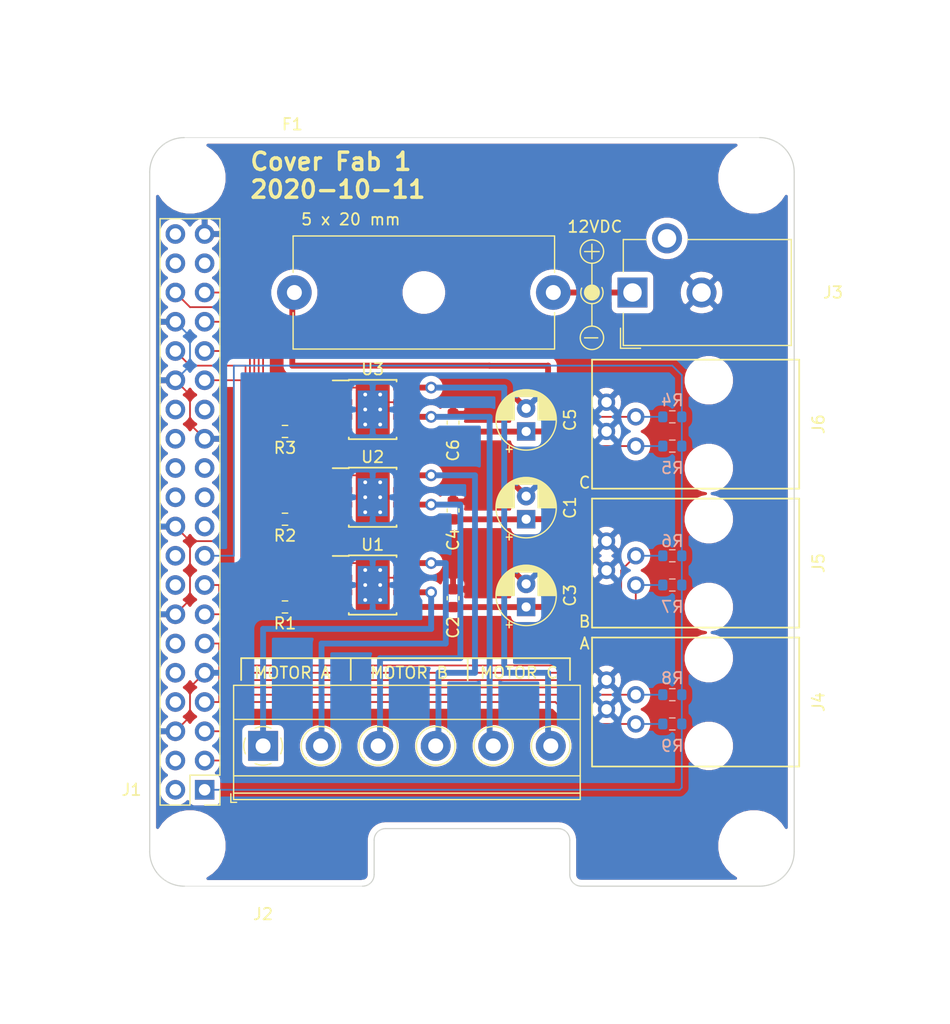
<source format=kicad_pcb>
(kicad_pcb (version 20171130) (host pcbnew 5.1.7-a382d34a8~87~ubuntu20.04.1)
  (layers (0 F.Cu signal) (31 B.Cu signal) (34 B.Paste user) (35 F.Paste user) (36 B.SilkS user) (37 F.SilkS user) (38 B.Mask user) (39 F.Mask user) (44 Edge.Cuts user))
  (net 0 "")
  (net 1 GND)
  (net 2 +12V)
  (net 3 "Net-(F1-Pad2)")
  (net 4 "Net-(J1-Pad40)")
  (net 5 "Net-(J1-Pad38)")
  (net 6 "Net-(J1-Pad37)")
  (net 7 IN_C_1)
  (net 8 IN_C_2)
  (net 9 IN_B_2)
  (net 10 IN_A_2)
  (net 11 IN_B_1)
  (net 12 IN_A_1)
  (net 13 "Net-(J1-Pad28)")
  (net 14 "Net-(J1-Pad27)")
  (net 15 "Net-(J1-Pad26)")
  (net 16 "Net-(J1-Pad24)")
  (net 17 "Net-(J1-Pad23)")
  (net 18 "Net-(J1-Pad22)")
  (net 19 "Net-(J1-Pad21)")
  (net 20 "Net-(J1-Pad19)")
  (net 21 "Net-(J1-Pad18)")
  (net 22 +3V3)
  (net 23 "Net-(J1-Pad16)")
  (net 24 TOP_C)
  (net 25 BOTTOM_C)
  (net 26 "Net-(J1-Pad12)")
  (net 27 BOTTOM_B)
  (net 28 "Net-(J1-Pad10)")
  (net 29 "Net-(J1-Pad8)")
  (net 30 TOP_B)
  (net 31 BOTTOM_A)
  (net 32 "Net-(J1-Pad4)")
  (net 33 TOP_A)
  (net 34 "Net-(J1-Pad2)")
  (net 35 OUT_C_2)
  (net 36 OUT_C_1)
  (net 37 OUT_B_2)
  (net 38 OUT_B_1)
  (net 39 OUT_A_2)
  (net 40 OUT_A_1)
  (net 41 "Net-(R1-Pad1)")
  (net 42 "Net-(R2-Pad1)")
  (net 43 "Net-(R3-Pad1)")
  (module RPi_Hat:RPi_Hat_Mounting_Hole (layer F.Cu) (at 80.01 98 90)
    (fp_text reference "" hide)
    (fp_text value "" hide)
    (pad "" np_thru_hole circle (at 0 0 90) (size 2.75 2.75) (drill 2.75) (layers *.Cu *.Mask) (clearance 1.725))
  )
  (module RPi_Hat:RPi_Hat_Mounting_Hole (layer F.Cu) (at 80.01 156 90)
    (fp_text reference "" hide)
    (fp_text value "" hide)
    (pad "" np_thru_hole circle (at 0 0 90) (size 2.75 2.75) (drill 2.75) (layers *.Cu *.Mask) (clearance 1.725))
  )
  (module RPi_Hat:RPi_Hat_Mounting_Hole (layer F.Cu) (at 129.01 156 90)
    (fp_text reference "" hide)
    (fp_text value "" hide)
    (pad "" np_thru_hole circle (at 0 0 90) (size 2.75 2.75) (drill 2.75) (layers *.Cu *.Mask) (clearance 1.725))
  )
  (module RPi_Hat:RPi_Hat_Mounting_Hole (layer F.Cu) (at 129.01 98 90)
    (fp_text reference "" hide)
    (fp_text value "" hide)
    (pad "" np_thru_hole circle (at 0 0 90) (size 2.75 2.75) (drill 2.75) (layers *.Cu *.Mask) (clearance 1.725))
  )
  (module Connector_PinHeader_2.54mm:PinHeader_2x20_P2.54mm_Vertical (layer F.Cu) (at 81.28 151.13 180)
    (fp_text reference J1 (at 6.35 0) (layer F.SilkS))
    (fp_text value Raspberry_Pi_2_3)
    (pad 40 thru_hole oval (at 2.54 48.26 180) (size 1.7 1.7) (drill 1) (layers *.Cu *.Mask) (net 4 "Net-(J1-Pad40)"))
    (pad 39 thru_hole oval (at 0 48.26 180) (size 1.7 1.7) (drill 1) (layers *.Cu *.Mask) (net 1 GND))
    (pad 38 thru_hole oval (at 2.54 45.72 180) (size 1.7 1.7) (drill 1) (layers *.Cu *.Mask) (net 5 "Net-(J1-Pad38)"))
    (pad 37 thru_hole oval (at 0 45.72 180) (size 1.7 1.7) (drill 1) (layers *.Cu *.Mask) (net 6 "Net-(J1-Pad37)"))
    (pad 36 thru_hole oval (at 2.54 43.18 180) (size 1.7 1.7) (drill 1) (layers *.Cu *.Mask) (net 7 IN_C_1))
    (pad 35 thru_hole oval (at 0 43.18 180) (size 1.7 1.7) (drill 1) (layers *.Cu *.Mask) (net 8 IN_C_2))
    (pad 34 thru_hole oval (at 2.54 40.64 180) (size 1.7 1.7) (drill 1) (layers *.Cu *.Mask) (net 1 GND))
    (pad 33 thru_hole oval (at 0 40.64 180) (size 1.7 1.7) (drill 1) (layers *.Cu *.Mask) (net 9 IN_B_2))
    (pad 32 thru_hole oval (at 2.54 38.1 180) (size 1.7 1.7) (drill 1) (layers *.Cu *.Mask) (net 10 IN_A_2))
    (pad 31 thru_hole oval (at 0 38.1 180) (size 1.7 1.7) (drill 1) (layers *.Cu *.Mask) (net 11 IN_B_1))
    (pad 30 thru_hole oval (at 2.54 35.56 180) (size 1.7 1.7) (drill 1) (layers *.Cu *.Mask) (net 1 GND))
    (pad 29 thru_hole oval (at 0 35.56 180) (size 1.7 1.7) (drill 1) (layers *.Cu *.Mask) (net 12 IN_A_1))
    (pad 28 thru_hole oval (at 2.54 33.02 180) (size 1.7 1.7) (drill 1) (layers *.Cu *.Mask) (net 13 "Net-(J1-Pad28)"))
    (pad 27 thru_hole oval (at 0 33.02 180) (size 1.7 1.7) (drill 1) (layers *.Cu *.Mask) (net 14 "Net-(J1-Pad27)"))
    (pad 26 thru_hole oval (at 2.54 30.48 180) (size 1.7 1.7) (drill 1) (layers *.Cu *.Mask) (net 15 "Net-(J1-Pad26)"))
    (pad 25 thru_hole oval (at 0 30.48 180) (size 1.7 1.7) (drill 1) (layers *.Cu *.Mask) (net 1 GND))
    (pad 24 thru_hole oval (at 2.54 27.94 180) (size 1.7 1.7) (drill 1) (layers *.Cu *.Mask) (net 16 "Net-(J1-Pad24)"))
    (pad 23 thru_hole oval (at 0 27.94 180) (size 1.7 1.7) (drill 1) (layers *.Cu *.Mask) (net 17 "Net-(J1-Pad23)"))
    (pad 22 thru_hole oval (at 2.54 25.4 180) (size 1.7 1.7) (drill 1) (layers *.Cu *.Mask) (net 18 "Net-(J1-Pad22)"))
    (pad 21 thru_hole oval (at 0 25.4 180) (size 1.7 1.7) (drill 1) (layers *.Cu *.Mask) (net 19 "Net-(J1-Pad21)"))
    (pad 20 thru_hole oval (at 2.54 22.86 180) (size 1.7 1.7) (drill 1) (layers *.Cu *.Mask) (net 1 GND))
    (pad 19 thru_hole oval (at 0 22.86 180) (size 1.7 1.7) (drill 1) (layers *.Cu *.Mask) (net 20 "Net-(J1-Pad19)"))
    (pad 18 thru_hole oval (at 2.54 20.32 180) (size 1.7 1.7) (drill 1) (layers *.Cu *.Mask) (net 21 "Net-(J1-Pad18)"))
    (pad 17 thru_hole oval (at 0 20.32 180) (size 1.7 1.7) (drill 1) (layers *.Cu *.Mask) (net 22 +3V3))
    (pad 16 thru_hole oval (at 2.54 17.78 180) (size 1.7 1.7) (drill 1) (layers *.Cu *.Mask) (net 23 "Net-(J1-Pad16)"))
    (pad 15 thru_hole oval (at 0 17.78 180) (size 1.7 1.7) (drill 1) (layers *.Cu *.Mask) (net 25 BOTTOM_C))
    (pad 14 thru_hole oval (at 2.54 15.24 180) (size 1.7 1.7) (drill 1) (layers *.Cu *.Mask) (net 1 GND))
    (pad 13 thru_hole oval (at 0 15.24 180) (size 1.7 1.7) (drill 1) (layers *.Cu *.Mask) (net 24 TOP_C))
    (pad 12 thru_hole oval (at 2.54 12.7 180) (size 1.7 1.7) (drill 1) (layers *.Cu *.Mask) (net 26 "Net-(J1-Pad12)"))
    (pad 11 thru_hole oval (at 0 12.7 180) (size 1.7 1.7) (drill 1) (layers *.Cu *.Mask) (net 27 BOTTOM_B))
    (pad 10 thru_hole oval (at 2.54 10.16 180) (size 1.7 1.7) (drill 1) (layers *.Cu *.Mask) (net 28 "Net-(J1-Pad10)"))
    (pad 9 thru_hole oval (at 0 10.16 180) (size 1.7 1.7) (drill 1) (layers *.Cu *.Mask) (net 1 GND))
    (pad 8 thru_hole oval (at 2.54 7.62 180) (size 1.7 1.7) (drill 1) (layers *.Cu *.Mask) (net 29 "Net-(J1-Pad8)"))
    (pad 7 thru_hole oval (at 0 7.62 180) (size 1.7 1.7) (drill 1) (layers *.Cu *.Mask) (net 30 TOP_B))
    (pad 6 thru_hole oval (at 2.54 5.08 180) (size 1.7 1.7) (drill 1) (layers *.Cu *.Mask) (net 1 GND))
    (pad 5 thru_hole oval (at 0 5.08 180) (size 1.7 1.7) (drill 1) (layers *.Cu *.Mask) (net 31 BOTTOM_A))
    (pad 4 thru_hole oval (at 2.54 2.54 180) (size 1.7 1.7) (drill 1) (layers *.Cu *.Mask) (net 32 "Net-(J1-Pad4)"))
    (pad 3 thru_hole oval (at 0 2.54 180) (size 1.7 1.7) (drill 1) (layers *.Cu *.Mask) (net 33 TOP_A))
    (pad 2 thru_hole oval (at 2.54 0 180) (size 1.7 1.7) (drill 1) (layers *.Cu *.Mask) (net 34 "Net-(J1-Pad2)"))
    (pad 1 thru_hole rect (at 0 0 180) (size 1.7 1.7) (drill 1) (layers *.Cu *.Mask) (net 22 +3V3))
  )
  (module Package_SO:Texas_HTSOP-8-1EP_3.9x4.9mm_P1.27mm_EP2.95x4.9mm_Mask2.4x3.1mm_ThermalVias (layer F.Cu) (at 95.885 118.11)
    (fp_text reference U3 (at 0 -3.5) (layer F.SilkS))
    (fp_text value DRV8871DDA)
    (pad 9 thru_hole circle (at 0.65 1.3) (size 0.63 0.63) (drill 0.33) (layers *.Cu *.Mask) (net 1 GND))
    (pad 9 thru_hole circle (at -0.65 1.3) (size 0.63 0.63) (drill 0.33) (layers *.Cu *.Mask) (net 1 GND))
    (pad 9 thru_hole circle (at 0.65 -1.3) (size 0.63 0.63) (drill 0.33) (layers *.Cu *.Mask) (net 1 GND))
    (pad 9 thru_hole circle (at 0.65 0) (size 0.63 0.63) (drill 0.33) (layers *.Cu *.Mask) (net 1 GND))
    (pad 9 thru_hole circle (at -0.65 0) (size 0.63 0.63) (drill 0.33) (layers *.Cu *.Mask) (net 1 GND))
    (pad 9 thru_hole circle (at -0.65 -1.3) (size 0.63 0.63) (drill 0.33) (layers *.Cu *.Mask) (net 1 GND))
    (pad 9 smd rect (at 0 0) (size 2.95 4.9) (layers F.Cu) (net 1 GND))
    (pad 8 smd rect (at 2.875 -1.905) (size 2.2 0.5) (layers F.Cu F.Paste F.Mask) (net 35 OUT_C_2))
    (pad 7 smd rect (at 2.875 -0.635) (size 2.2 0.5) (layers F.Cu F.Paste F.Mask) (net 1 GND))
    (pad 6 smd rect (at 2.875 0.635) (size 2.2 0.5) (layers F.Cu F.Paste F.Mask) (net 36 OUT_C_1))
    (pad 5 smd rect (at 2.875 1.905) (size 2.2 0.5) (layers F.Cu F.Paste F.Mask) (net 2 +12V))
    (pad 4 smd rect (at -2.875 1.905) (size 2.2 0.5) (layers F.Cu F.Paste F.Mask) (net 43 "Net-(R3-Pad1)"))
    (pad 3 smd rect (at -2.875 0.635) (size 2.2 0.5) (layers F.Cu F.Paste F.Mask) (net 7 IN_C_1))
    (pad 2 smd rect (at -2.875 -0.635) (size 2.2 0.5) (layers F.Cu F.Paste F.Mask) (net 8 IN_C_2))
    (pad 1 smd rect (at -2.875 -1.905) (size 2.2 0.5) (layers F.Cu F.Paste F.Mask) (net 1 GND))
    (pad 9 smd rect (at 0 0) (size 2.6 3.3) (layers B.Cu) (net 1 GND))
  )
  (module Package_SO:Texas_HTSOP-8-1EP_3.9x4.9mm_P1.27mm_EP2.95x4.9mm_Mask2.4x3.1mm_ThermalVias (layer F.Cu) (at 95.885 125.73)
    (fp_text reference U2 (at 0 -3.5) (layer F.SilkS))
    (fp_text value DRV8871DDA)
    (pad 9 thru_hole circle (at 0.65 1.3) (size 0.63 0.63) (drill 0.33) (layers *.Cu *.Mask) (net 1 GND))
    (pad 9 thru_hole circle (at -0.65 1.3) (size 0.63 0.63) (drill 0.33) (layers *.Cu *.Mask) (net 1 GND))
    (pad 9 thru_hole circle (at 0.65 -1.3) (size 0.63 0.63) (drill 0.33) (layers *.Cu *.Mask) (net 1 GND))
    (pad 9 thru_hole circle (at 0.65 0) (size 0.63 0.63) (drill 0.33) (layers *.Cu *.Mask) (net 1 GND))
    (pad 9 thru_hole circle (at -0.65 0) (size 0.63 0.63) (drill 0.33) (layers *.Cu *.Mask) (net 1 GND))
    (pad 9 thru_hole circle (at -0.65 -1.3) (size 0.63 0.63) (drill 0.33) (layers *.Cu *.Mask) (net 1 GND))
    (pad 9 smd rect (at 0 0) (size 2.95 4.9) (layers F.Cu) (net 1 GND))
    (pad 8 smd rect (at 2.875 -1.905) (size 2.2 0.5) (layers F.Cu F.Paste F.Mask) (net 37 OUT_B_2))
    (pad 7 smd rect (at 2.875 -0.635) (size 2.2 0.5) (layers F.Cu F.Paste F.Mask) (net 1 GND))
    (pad 6 smd rect (at 2.875 0.635) (size 2.2 0.5) (layers F.Cu F.Paste F.Mask) (net 38 OUT_B_1))
    (pad 5 smd rect (at 2.875 1.905) (size 2.2 0.5) (layers F.Cu F.Paste F.Mask) (net 2 +12V))
    (pad 4 smd rect (at -2.875 1.905) (size 2.2 0.5) (layers F.Cu F.Paste F.Mask) (net 42 "Net-(R2-Pad1)"))
    (pad 3 smd rect (at -2.875 0.635) (size 2.2 0.5) (layers F.Cu F.Paste F.Mask) (net 11 IN_B_1))
    (pad 2 smd rect (at -2.875 -0.635) (size 2.2 0.5) (layers F.Cu F.Paste F.Mask) (net 9 IN_B_2))
    (pad 1 smd rect (at -2.875 -1.905) (size 2.2 0.5) (layers F.Cu F.Paste F.Mask) (net 1 GND))
    (pad 9 smd rect (at 0 0) (size 2.6 3.3) (layers B.Cu) (net 1 GND))
  )
  (module Package_SO:Texas_HTSOP-8-1EP_3.9x4.9mm_P1.27mm_EP2.95x4.9mm_Mask2.4x3.1mm_ThermalVias (layer F.Cu) (at 95.885 133.35)
    (fp_text reference U1 (at 0 -3.5) (layer F.SilkS))
    (fp_text value DRV8871DDA)
    (pad 9 thru_hole circle (at 0.65 1.3) (size 0.63 0.63) (drill 0.33) (layers *.Cu *.Mask) (net 1 GND))
    (pad 9 thru_hole circle (at -0.65 1.3) (size 0.63 0.63) (drill 0.33) (layers *.Cu *.Mask) (net 1 GND))
    (pad 9 thru_hole circle (at 0.65 -1.3) (size 0.63 0.63) (drill 0.33) (layers *.Cu *.Mask) (net 1 GND))
    (pad 9 thru_hole circle (at 0.65 0) (size 0.63 0.63) (drill 0.33) (layers *.Cu *.Mask) (net 1 GND))
    (pad 9 thru_hole circle (at -0.65 0) (size 0.63 0.63) (drill 0.33) (layers *.Cu *.Mask) (net 1 GND))
    (pad 9 thru_hole circle (at -0.65 -1.3) (size 0.63 0.63) (drill 0.33) (layers *.Cu *.Mask) (net 1 GND))
    (pad 9 smd rect (at 0 0) (size 2.95 4.9) (layers F.Cu) (net 1 GND))
    (pad 8 smd rect (at 2.875 -1.905) (size 2.2 0.5) (layers F.Cu F.Paste F.Mask) (net 39 OUT_A_2))
    (pad 7 smd rect (at 2.875 -0.635) (size 2.2 0.5) (layers F.Cu F.Paste F.Mask) (net 1 GND))
    (pad 6 smd rect (at 2.875 0.635) (size 2.2 0.5) (layers F.Cu F.Paste F.Mask) (net 40 OUT_A_1))
    (pad 5 smd rect (at 2.875 1.905) (size 2.2 0.5) (layers F.Cu F.Paste F.Mask) (net 2 +12V))
    (pad 4 smd rect (at -2.875 1.905) (size 2.2 0.5) (layers F.Cu F.Paste F.Mask) (net 41 "Net-(R1-Pad1)"))
    (pad 3 smd rect (at -2.875 0.635) (size 2.2 0.5) (layers F.Cu F.Paste F.Mask) (net 12 IN_A_1))
    (pad 2 smd rect (at -2.875 -0.635) (size 2.2 0.5) (layers F.Cu F.Paste F.Mask) (net 10 IN_A_2))
    (pad 1 smd rect (at -2.875 -1.905) (size 2.2 0.5) (layers F.Cu F.Paste F.Mask) (net 1 GND))
    (pad 9 smd rect (at 0 0) (size 2.6 3.3) (layers B.Cu) (net 1 GND))
  )
  (module Resistor_SMD:R_0603_1608Metric (layer B.Cu) (at 121.92 145.415 180)
    (fp_text reference R9 (at 0 -1.905) (layer B.SilkS) (effects (justify mirror)))
    (fp_text value 4.7k)
    (pad 2 smd roundrect (at 0.825 0 180) (size 0.8 0.95) (layers B.Cu B.Paste B.Mask) (net 33 TOP_A))
    (pad 1 smd roundrect (at -0.825 0 180) (size 0.8 0.95) (layers B.Cu B.Paste B.Mask) (net 22 +3V3))
  )
  (module Resistor_SMD:R_0603_1608Metric (layer B.Cu) (at 121.92 142.875 180)
    (fp_text reference R8 (at 0 1.43) (layer B.SilkS) (effects (justify mirror)))
    (fp_text value 4.7k)
    (pad 2 smd roundrect (at 0.825 0 180) (size 0.8 0.95) (layers B.Cu B.Paste B.Mask) (net 31 BOTTOM_A))
    (pad 1 smd roundrect (at -0.825 0 180) (size 0.8 0.95) (layers B.Cu B.Paste B.Mask) (net 22 +3V3))
  )
  (module Resistor_SMD:R_0603_1608Metric (layer B.Cu) (at 121.92 133.35 180)
    (fp_text reference R7 (at 0 -1.905) (layer B.SilkS) (effects (justify mirror)))
    (fp_text value 4.7k)
    (pad 2 smd roundrect (at 0.825 0 180) (size 0.8 0.95) (layers B.Cu B.Paste B.Mask) (net 30 TOP_B))
    (pad 1 smd roundrect (at -0.825 0 180) (size 0.8 0.95) (layers B.Cu B.Paste B.Mask) (net 22 +3V3))
  )
  (module Resistor_SMD:R_0603_1608Metric (layer B.Cu) (at 121.92 130.81 180)
    (fp_text reference R6 (at 0 1.27) (layer B.SilkS) (effects (justify mirror)))
    (fp_text value 4.7k)
    (pad 2 smd roundrect (at 0.825 0 180) (size 0.8 0.95) (layers B.Cu B.Paste B.Mask) (net 27 BOTTOM_B))
    (pad 1 smd roundrect (at -0.825 0 180) (size 0.8 0.95) (layers B.Cu B.Paste B.Mask) (net 22 +3V3))
  )
  (module Resistor_SMD:R_0603_1608Metric (layer B.Cu) (at 121.92 121.285 180)
    (fp_text reference R5 (at 0 -1.905) (layer B.SilkS) (effects (justify mirror)))
    (fp_text value 4.7k)
    (pad 2 smd roundrect (at 0.825 0 180) (size 0.8 0.95) (layers B.Cu B.Paste B.Mask) (net 24 TOP_C))
    (pad 1 smd roundrect (at -0.825 0 180) (size 0.8 0.95) (layers B.Cu B.Paste B.Mask) (net 22 +3V3))
  )
  (module Resistor_SMD:R_0603_1608Metric (layer B.Cu) (at 121.92 118.745 180)
    (fp_text reference R4 (at 0 1.43) (layer B.SilkS) (effects (justify mirror)))
    (fp_text value 4.7k)
    (pad 2 smd roundrect (at 0.825 0 180) (size 0.8 0.95) (layers B.Cu B.Paste B.Mask) (net 25 BOTTOM_C))
    (pad 1 smd roundrect (at -0.825 0 180) (size 0.8 0.95) (layers B.Cu B.Paste B.Mask) (net 22 +3V3))
  )
  (module Resistor_SMD:R_0603_1608Metric (layer F.Cu) (at 88.265 120.015 180)
    (fp_text reference R3 (at 0 -1.43) (layer F.SilkS))
    (fp_text value 27k)
    (pad 2 smd roundrect (at 0.825 0 180) (size 0.8 0.95) (layers F.Cu F.Paste F.Mask) (net 1 GND))
    (pad 1 smd roundrect (at -0.825 0 180) (size 0.8 0.95) (layers F.Cu F.Paste F.Mask) (net 43 "Net-(R3-Pad1)"))
  )
  (module Resistor_SMD:R_0603_1608Metric (layer F.Cu) (at 88.265 127.635 180)
    (fp_text reference R2 (at 0 -1.43) (layer F.SilkS))
    (fp_text value 27k)
    (pad 2 smd roundrect (at 0.825 0 180) (size 0.8 0.95) (layers F.Cu F.Paste F.Mask) (net 1 GND))
    (pad 1 smd roundrect (at -0.825 0 180) (size 0.8 0.95) (layers F.Cu F.Paste F.Mask) (net 42 "Net-(R2-Pad1)"))
  )
  (module Resistor_SMD:R_0603_1608Metric (layer F.Cu) (at 88.265 135.255 180)
    (fp_text reference R1 (at 0 -1.43) (layer F.SilkS))
    (fp_text value 27k)
    (pad 2 smd roundrect (at 0.825 0 180) (size 0.8 0.95) (layers F.Cu F.Paste F.Mask) (net 1 GND))
    (pad 1 smd roundrect (at -0.825 0 180) (size 0.8 0.95) (layers F.Cu F.Paste F.Mask) (net 41 "Net-(R1-Pad1)"))
  )
  (module Alex:A-2004-3-4-LP-N-R (layer F.Cu) (at 116.205 119.38 90)
    (fp_text reference J6 (at 0 18.415 90) (layer F.SilkS))
    (fp_text value 4P4C)
    (pad "" np_thru_hole circle (at 3.81 8.89 90) (size 3.2 3.2) (drill 3.2) (layers *.Cu *.Mask))
    (pad "" np_thru_hole circle (at -3.81 8.89 90) (size 3.2 3.2) (drill 3.2) (layers *.Cu *.Mask))
    (pad 3 thru_hole circle (at 0.635 2.54 90) (size 1.5 1.5) (drill 0.9) (layers *.Cu *.Mask) (net 25 BOTTOM_C))
    (pad 1 thru_hole circle (at -1.905 2.54 90) (size 1.5 1.5) (drill 0.9) (layers *.Cu *.Mask) (net 24 TOP_C))
    (pad 2 thru_hole circle (at -0.635 0 90) (size 1.5 1.5) (drill 0.9) (layers *.Cu *.Mask) (net 1 GND))
    (pad 4 thru_hole circle (at 1.905 0 90) (size 1.5 1.5) (drill 0.9) (layers *.Cu *.Mask) (net 1 GND))
  )
  (module Alex:A-2004-3-4-LP-N-R (layer F.Cu) (at 116.205 131.445 90)
    (fp_text reference J5 (at 0 18.415 270) (layer F.SilkS))
    (fp_text value 4P4C)
    (pad "" np_thru_hole circle (at 3.81 8.89 90) (size 3.2 3.2) (drill 3.2) (layers *.Cu *.Mask))
    (pad "" np_thru_hole circle (at -3.81 8.89 90) (size 3.2 3.2) (drill 3.2) (layers *.Cu *.Mask))
    (pad 3 thru_hole circle (at 0.635 2.54 90) (size 1.5 1.5) (drill 0.9) (layers *.Cu *.Mask) (net 27 BOTTOM_B))
    (pad 1 thru_hole circle (at -1.905 2.54 90) (size 1.5 1.5) (drill 0.9) (layers *.Cu *.Mask) (net 30 TOP_B))
    (pad 2 thru_hole circle (at -0.635 0 90) (size 1.5 1.5) (drill 0.9) (layers *.Cu *.Mask) (net 1 GND))
    (pad 4 thru_hole circle (at 1.905 0 90) (size 1.5 1.5) (drill 0.9) (layers *.Cu *.Mask) (net 1 GND))
  )
  (module Alex:A-2004-3-4-LP-N-R (layer F.Cu) (at 116.205 143.51 90)
    (fp_text reference J4 (at 0 18.415 90) (layer F.SilkS))
    (fp_text value 4P4C)
    (pad "" np_thru_hole circle (at 3.81 8.89 90) (size 3.2 3.2) (drill 3.2) (layers *.Cu *.Mask))
    (pad "" np_thru_hole circle (at -3.81 8.89 90) (size 3.2 3.2) (drill 3.2) (layers *.Cu *.Mask))
    (pad 3 thru_hole circle (at 0.635 2.54 90) (size 1.5 1.5) (drill 0.9) (layers *.Cu *.Mask) (net 31 BOTTOM_A))
    (pad 1 thru_hole circle (at -1.905 2.54 90) (size 1.5 1.5) (drill 0.9) (layers *.Cu *.Mask) (net 33 TOP_A))
    (pad 2 thru_hole circle (at -0.635 0 90) (size 1.5 1.5) (drill 0.9) (layers *.Cu *.Mask) (net 1 GND))
    (pad 4 thru_hole circle (at 1.905 0 90) (size 1.5 1.5) (drill 0.9) (layers *.Cu *.Mask) (net 1 GND))
  )
  (module Connector_BarrelJack:BarrelJack_CUI_PJ-102AH_Horizontal (layer F.Cu) (at 118.46 107.95 90)
    (fp_text reference J3 (at 0 17.43) (layer F.SilkS))
    (fp_text value 12V)
    (pad 3 thru_hole circle (at 4.7 3 90) (size 2.6 2.6) (drill 1.6) (layers *.Cu *.Mask))
    (pad 2 thru_hole circle (at 0 6 90) (size 2.6 2.6) (drill 1.6) (layers *.Cu *.Mask) (net 1 GND))
    (pad 1 thru_hole rect (at 0 0 90) (size 2.6 2.6) (drill 1.6) (layers *.Cu *.Mask) (net 3 "Net-(F1-Pad2)"))
  )
  (module TerminalBlock_Phoenix:TerminalBlock_Phoenix_MKDS-1,5-6_1x06_P5.00mm_Horizontal (layer F.Cu) (at 86.36 147.32)
    (fp_text reference J2 (at 0 14.605) (layer F.SilkS))
    (fp_text value Screw_Terminal_01x06)
    (pad 6 thru_hole circle (at 25 0) (size 2.6 2.6) (drill 1.3) (layers *.Cu *.Mask) (net 35 OUT_C_2))
    (pad 5 thru_hole circle (at 20 0) (size 2.6 2.6) (drill 1.3) (layers *.Cu *.Mask) (net 36 OUT_C_1))
    (pad 4 thru_hole circle (at 15 0) (size 2.6 2.6) (drill 1.3) (layers *.Cu *.Mask) (net 37 OUT_B_2))
    (pad 3 thru_hole circle (at 10 0) (size 2.6 2.6) (drill 1.3) (layers *.Cu *.Mask) (net 38 OUT_B_1))
    (pad 2 thru_hole circle (at 5 0) (size 2.6 2.6) (drill 1.3) (layers *.Cu *.Mask) (net 39 OUT_A_2))
    (pad 1 thru_hole rect (at 0 0) (size 2.6 2.6) (drill 1.3) (layers *.Cu *.Mask) (net 40 OUT_A_1))
  )
  (module Fuse:Fuseholder_Cylinder-5x20mm_Schurter_0031_8201_Horizontal_Open (layer F.Cu) (at 89.08 107.95)
    (fp_text reference F1 (at -0.18 -14.605) (layer F.SilkS))
    (fp_text value 1A)
    (pad "" np_thru_hole circle (at 11.25 0) (size 2.7 2.7) (drill 2.7) (layers *.Cu *.Mask))
    (pad 2 thru_hole circle (at 22.5 0) (size 3 3) (drill 1.3) (layers *.Cu *.Mask) (net 3 "Net-(F1-Pad2)"))
    (pad 1 thru_hole circle (at 0 0) (size 3 3) (drill 1.3) (layers *.Cu *.Mask) (net 2 +12V))
  )
  (module Capacitor_SMD:C_0603_1608Metric (layer F.Cu) (at 102.87 119.253 90)
    (fp_text reference C6 (at -2.4 0 90) (layer F.SilkS))
    (fp_text value 0.1u)
    (pad 2 smd roundrect (at 0.775 0 90) (size 0.9 0.95) (layers F.Cu F.Paste F.Mask) (net 1 GND))
    (pad 1 smd roundrect (at -0.775 0 90) (size 0.9 0.95) (layers F.Cu F.Paste F.Mask) (net 2 +12V))
  )
  (module Capacitor_THT:CP_Radial_D5.0mm_P2.00mm (layer F.Cu) (at 109.22 120.015 90)
    (fp_text reference C5 (at 1 3.81 90) (layer F.SilkS))
    (fp_text value 22u)
    (pad 2 thru_hole circle (at 2 0 90) (size 1.6 1.6) (drill 0.8) (layers *.Cu *.Mask) (net 1 GND))
    (pad 1 thru_hole rect (at 0 0 90) (size 1.6 1.6) (drill 0.8) (layers *.Cu *.Mask) (net 2 +12V))
  )
  (module Capacitor_SMD:C_0603_1608Metric (layer F.Cu) (at 102.87 126.873 90)
    (fp_text reference C4 (at -2.54 0 90) (layer F.SilkS))
    (fp_text value 0.1u)
    (pad 2 smd roundrect (at 0.775 0 90) (size 0.9 0.95) (layers F.Cu F.Paste F.Mask) (net 1 GND))
    (pad 1 smd roundrect (at -0.775 0 90) (size 0.9 0.95) (layers F.Cu F.Paste F.Mask) (net 2 +12V))
  )
  (module Capacitor_THT:CP_Radial_D5.0mm_P2.00mm (layer F.Cu) (at 109.22 135.255 90)
    (fp_text reference C3 (at 1 3.81 90) (layer F.SilkS))
    (fp_text value 22u)
    (pad 2 thru_hole circle (at 2 0 90) (size 1.6 1.6) (drill 0.8) (layers *.Cu *.Mask) (net 1 GND))
    (pad 1 thru_hole rect (at 0 0 90) (size 1.6 1.6) (drill 0.8) (layers *.Cu *.Mask) (net 2 +12V))
  )
  (module Capacitor_SMD:C_0603_1608Metric (layer F.Cu) (at 102.87 134.493 90)
    (fp_text reference C2 (at -2.54 0 90) (layer F.SilkS))
    (fp_text value 0.1u)
    (pad 2 smd roundrect (at 0.775 0 90) (size 0.9 0.95) (layers F.Cu F.Paste F.Mask) (net 1 GND))
    (pad 1 smd roundrect (at -0.775 0 90) (size 0.9 0.95) (layers F.Cu F.Paste F.Mask) (net 2 +12V))
  )
  (module Capacitor_THT:CP_Radial_D5.0mm_P2.00mm (layer F.Cu) (at 109.22 127.635 90)
    (fp_text reference C1 (at 1 3.81 90) (layer F.SilkS))
    (fp_text value 22u)
    (pad 2 thru_hole circle (at 2 0 90) (size 1.6 1.6) (drill 0.8) (layers *.Cu *.Mask) (net 1 GND))
    (pad 1 thru_hole rect (at 0 0 90) (size 1.6 1.6) (drill 0.8) (layers *.Cu *.Mask) (net 2 +12V))
  )
  (gr_text "5 x 20 mm" (at 93.98 101.6) (layer F.SilkS) (effects (font (size 1 1))))
  (gr_line (start 79.51 94.5) (end 129.51 94.5) (layer Edge.Cuts) (width 0.05))
  (gr_line (start 79.51 159.5) (end 95.01 159.5) (layer Edge.Cuts) (width 0.05))
  (gr_arc (start 112.01 155.5) (end 112.01 154.5) (angle 90) (layer Edge.Cuts) (width 0.1))
  (gr_arc (start 79.51 156.5) (end 79.51 159.5) (angle 90) (layer Edge.Cuts) (width 0.1))
  (gr_arc (start 97.01 155.5) (end 96.01 155.5) (angle 90) (layer Edge.Cuts) (width 0.1))
  (gr_arc (start 79.51 97.5) (end 76.51 97.5) (angle 90) (layer Edge.Cuts) (width 0.1))
  (gr_line (start 114.01 159.5) (end 129.51 159.5) (layer Edge.Cuts) (width 0.1))
  (gr_arc (start 129.51 97.5) (end 129.51 94.5) (angle 90) (layer Edge.Cuts) (width 0.1))
  (gr_arc (start 129.51 156.5) (end 132.51 156.5) (angle 90) (layer Edge.Cuts) (width 0.1))
  (gr_line (start 96.01 158.5) (end 96.01 155.5) (layer Edge.Cuts) (width 0.1))
  (gr_line (start 113.01 158.5) (end 113.01 155.5) (layer Edge.Cuts) (width 0.1))
  (gr_arc (start 95.01 158.5) (end 96.01 158.5) (angle 90) (layer Edge.Cuts) (width 0.1))
  (gr_line (start 76.51 156.5) (end 76.51 97.5) (angle 90) (layer Edge.Cuts) (width 0.1))
  (gr_line (start 132.51 156.5) (end 132.51 97.5) (angle 90) (layer Edge.Cuts) (width 0.1))
  (gr_line (start 97.01 154.5) (end 112.01 154.5) (layer Edge.Cuts) (width 0.1))
  (gr_arc (start 114.01 158.5) (end 114.01 159.5) (angle 90) (layer Edge.Cuts) (width 0.1))
  (gr_text A (at 114.3 138.43) (layer F.SilkS) (effects (font (size 1 1))))
  (gr_text B (at 114.3 136.525) (layer F.SilkS) (effects (font (size 1 1))))
  (gr_text C (at 114.3 124.46) (layer F.SilkS) (effects (font (size 1 1))))
  (gr_text "MOTOR C" (at 108.585 140.97) (layer F.SilkS) (effects (font (size 1 1))))
  (gr_text "MOTOR B" (at 99.06 140.97) (layer F.SilkS) (effects (font (size 1 1))))
  (gr_text "MOTOR A" (at 88.9 140.97) (layer F.SilkS) (effects (font (size 1 1))))
  (gr_line (start 113.03 139.7) (end 113.03 141.605) (layer F.SilkS) (width 0.15))
  (gr_line (start 104.14 139.7) (end 113.03 139.7) (layer F.SilkS) (width 0.15))
  (gr_line (start 104.14 139.7) (end 104.14 141.605) (layer F.SilkS) (width 0.15))
  (gr_line (start 93.98 139.7) (end 104.14 139.7) (layer F.SilkS) (width 0.15))
  (gr_line (start 93.98 141.605) (end 93.98 139.7) (layer F.SilkS) (width 0.15))
  (gr_line (start 84.455 139.7) (end 93.98 139.7) (layer F.SilkS) (width 0.15))
  (gr_line (start 84.455 141.605) (end 84.455 139.7) (layer F.SilkS) (width 0.15))
  (gr_text 12VDC (at 115.189 102.235) (layer F.SilkS) (effects (font (size 1 1))))
  (gr_line (start 114.554 107.569) (end 114.3 107.95) (layer F.SilkS) (width 0.12))
  (gr_poly (pts (xy 115.316 107.569) (xy 115.57 107.95) (xy 115.316 108.331) (xy 114.935 108.585) (xy 114.554 108.331) (xy 114.3 108.077) (xy 114.554 107.569) (xy 114.935 107.315)) (layer F.SilkS) (width 0.1))
  (gr_line (start 114.3 111.887) (end 115.443 111.887) (layer F.SilkS) (width 0.12))
  (gr_line (start 114.935 103.759) (end 114.935 105.029) (layer F.SilkS) (width 0.12))
  (gr_line (start 114.3 104.394) (end 115.57 104.394) (layer F.SilkS) (width 0.12))
  (gr_circle (center 114.935 111.887) (end 115.951 111.887) (layer F.SilkS) (width 0.12))
  (gr_circle (center 114.935 104.394) (end 115.951 104.394) (layer F.SilkS) (width 0.12))
  (gr_line (start 114.935 110.871) (end 114.935 108.966) (layer F.SilkS) (width 0.12))
  (gr_line (start 114.935 107.315) (end 114.935 105.41) (layer F.SilkS) (width 0.12))
  (gr_arc (start 114.935 107.95) (end 114.046001 107.569001) (angle -229.7636417) (layer F.SilkS) (width 0.12))
  (gr_circle (center 114.935 107.95) (end 115.57 107.95) (layer F.SilkS) (width 0.12))
  (gr_text "Cover Fab 1\n2020-10-11\n" (at 85.09 97.79) (layer F.SilkS) (effects (font (size 1.5 1.5) (thickness 0.3)) (justify left)))
  (segment (start 94.63 123.825) (end 95.235 124.43) (width 0.1524) (layer F.Cu) (net 1))
  (segment (start 93.01 123.825) (end 94.63 123.825) (width 0.1524) (layer F.Cu) (net 1))
  (segment (start 94.63 116.205) (end 95.235 116.81) (width 0.1524) (layer F.Cu) (net 1))
  (segment (start 93.01 116.205) (end 94.63 116.205) (width 0.1524) (layer F.Cu) (net 1))
  (segment (start 97.17 117.475) (end 96.535 118.11) (width 0.1524) (layer F.Cu) (net 1))
  (segment (start 98.76 117.475) (end 97.17 117.475) (width 0.1524) (layer F.Cu) (net 1))
  (segment (start 94.63 131.445) (end 95.235 132.05) (width 0.1524) (layer F.Cu) (net 1))
  (segment (start 93.01 131.445) (end 94.63 131.445) (width 0.1524) (layer F.Cu) (net 1))
  (segment (start 97.17 132.715) (end 96.535 133.35) (width 0.1524) (layer F.Cu) (net 1))
  (segment (start 98.76 132.715) (end 97.17 132.715) (width 0.1524) (layer F.Cu) (net 1))
  (segment (start 78.74 128.27) (end 80.01 129.54) (width 0.1524) (layer F.Cu) (net 1))
  (segment (start 80.01 129.54) (end 83.185 129.54) (width 0.1524) (layer F.Cu) (net 1))
  (segment (start 78.74 135.89) (end 80.01 134.62) (width 0.1524) (layer F.Cu) (net 1))
  (segment (start 80.01 134.62) (end 80.01 132.08) (width 0.1524) (layer F.Cu) (net 1))
  (segment (start 80.01 132.08) (end 80.01 129.54) (width 0.1524) (layer F.Cu) (net 1))
  (segment (start 78.74 146.05) (end 80.01 144.78) (width 0.1524) (layer F.Cu) (net 1))
  (segment (start 80.01 144.78) (end 80.01 142.24) (width 0.1524) (layer F.Cu) (net 1))
  (segment (start 80.01 142.24) (end 81.28 140.97) (width 0.1524) (layer F.Cu) (net 1))
  (segment (start 81.28 120.65) (end 80.01 119.38) (width 0.1524) (layer F.Cu) (net 1))
  (segment (start 80.01 116.84) (end 78.74 115.57) (width 0.1524) (layer F.Cu) (net 1))
  (segment (start 80.01 119.38) (end 80.01 116.84) (width 0.1524) (layer F.Cu) (net 1))
  (segment (start 78.74 115.57) (end 80.01 114.3) (width 0.1524) (layer B.Cu) (net 1))
  (segment (start 80.01 111.76) (end 78.74 110.49) (width 0.1524) (layer B.Cu) (net 1))
  (segment (start 80.01 114.3) (end 80.01 111.76) (width 0.1524) (layer B.Cu) (net 1))
  (segment (start 102.857 120.015) (end 102.87 120.028) (width 0.508) (layer F.Cu) (net 2))
  (segment (start 98.76 120.015) (end 102.857 120.015) (width 0.508) (layer F.Cu) (net 2))
  (segment (start 109.207 120.028) (end 109.22 120.015) (width 0.508) (layer F.Cu) (net 2))
  (segment (start 102.857 135.255) (end 102.87 135.268) (width 0.508) (layer F.Cu) (net 2))
  (segment (start 98.76 135.255) (end 102.857 135.255) (width 0.508) (layer F.Cu) (net 2))
  (segment (start 109.207 135.268) (end 109.22 135.255) (width 0.508) (layer F.Cu) (net 2))
  (segment (start 102.857 127.635) (end 102.87 127.648) (width 0.508) (layer F.Cu) (net 2))
  (segment (start 98.76 127.635) (end 102.857 127.635) (width 0.508) (layer F.Cu) (net 2))
  (segment (start 109.207 127.648) (end 109.22 127.635) (width 0.508) (layer F.Cu) (net 2))
  (segment (start 102.87 127.648) (end 106.032 127.648) (width 0.508) (layer F.Cu) (net 2))
  (segment (start 106.032 127.648) (end 109.207 127.648) (width 0.508) (layer F.Cu) (net 2))
  (segment (start 102.87 120.028) (end 106.032 120.028) (width 0.508) (layer F.Cu) (net 2))
  (segment (start 106.032 120.028) (end 109.207 120.028) (width 0.508) (layer F.Cu) (net 2))
  (segment (start 106.032 135.242) (end 106.058 135.268) (width 0.508) (layer F.Cu) (net 2))
  (segment (start 106.058 135.268) (end 109.207 135.268) (width 0.508) (layer F.Cu) (net 2))
  (segment (start 102.87 135.268) (end 106.058 135.268) (width 0.508) (layer F.Cu) (net 2))
  (segment (start 88.9 108.13) (end 89.08 107.95) (width 0.508) (layer F.Cu) (net 2))
  (segment (start 88.9 114.3) (end 88.9 108.13) (width 0.508) (layer F.Cu) (net 2))
  (segment (start 106.019 114.3) (end 88.9 114.3) (width 0.508) (layer F.Cu) (net 2))
  (segment (start 106.032 114.313) (end 106.019 114.3) (width 0.508) (layer F.Cu) (net 2))
  (segment (start 109.22 120.015) (end 111.125 120.015) (width 0.508) (layer F.Cu) (net 2))
  (segment (start 111.125 120.015) (end 111.125 114.3) (width 0.508) (layer F.Cu) (net 2))
  (segment (start 111.112 114.313) (end 111.125 114.3) (width 0.508) (layer F.Cu) (net 2))
  (segment (start 106.032 114.313) (end 111.112 114.313) (width 0.508) (layer F.Cu) (net 2))
  (segment (start 111.125 120.015) (end 111.125 127.635) (width 0.508) (layer F.Cu) (net 2))
  (segment (start 111.125 127.635) (end 109.22 127.635) (width 0.508) (layer F.Cu) (net 2))
  (segment (start 111.125 127.635) (end 111.125 135.255) (width 0.508) (layer F.Cu) (net 2))
  (segment (start 111.125 135.255) (end 109.22 135.255) (width 0.508) (layer F.Cu) (net 2))
  (segment (start 118.46 107.95) (end 111.58 107.95) (width 0.508) (layer F.Cu) (net 3))
  (segment (start 85.979 118.745) (end 93.01 118.745) (width 0.1524) (layer F.Cu) (net 7))
  (segment (start 85.979 109.22) (end 85.979 118.745) (width 0.1524) (layer F.Cu) (net 7))
  (segment (start 80.01 109.22) (end 85.979 109.22) (width 0.1524) (layer F.Cu) (net 7))
  (segment (start 78.74 107.95) (end 80.01 109.22) (width 0.1524) (layer F.Cu) (net 7))
  (segment (start 86.36 117.475) (end 93.01 117.475) (width 0.1524) (layer F.Cu) (net 8))
  (segment (start 86.36 107.95) (end 86.36 117.475) (width 0.1524) (layer F.Cu) (net 8))
  (segment (start 81.28 107.95) (end 86.36 107.95) (width 0.1524) (layer F.Cu) (net 8))
  (segment (start 85.598 125.095) (end 93.01 125.095) (width 0.1524) (layer F.Cu) (net 9))
  (segment (start 85.598 110.49) (end 85.598 125.095) (width 0.1524) (layer F.Cu) (net 9))
  (segment (start 81.28 110.49) (end 85.598 110.49) (width 0.1524) (layer F.Cu) (net 9))
  (segment (start 84.836 132.715) (end 93.01 132.715) (width 0.1524) (layer F.Cu) (net 10))
  (segment (start 80.01 114.3) (end 84.836 114.3) (width 0.1524) (layer F.Cu) (net 10))
  (segment (start 84.836 114.3) (end 84.836 132.715) (width 0.1524) (layer F.Cu) (net 10))
  (segment (start 78.74 113.03) (end 80.01 114.3) (width 0.1524) (layer F.Cu) (net 10))
  (segment (start 85.217 126.365) (end 93.01 126.365) (width 0.1524) (layer F.Cu) (net 11))
  (segment (start 85.217 113.03) (end 85.217 126.365) (width 0.1524) (layer F.Cu) (net 11))
  (segment (start 81.28 113.03) (end 85.217 113.03) (width 0.1524) (layer F.Cu) (net 11))
  (segment (start 81.28 115.57) (end 84.455 115.57) (width 0.1524) (layer F.Cu) (net 12))
  (segment (start 84.455 115.57) (end 84.455 133.35) (width 0.1524) (layer F.Cu) (net 12))
  (segment (start 85.09 133.985) (end 93.01 133.985) (width 0.1524) (layer F.Cu) (net 12))
  (segment (start 84.455 133.35) (end 85.09 133.985) (width 0.1524) (layer F.Cu) (net 12))
  (segment (start 122.745 121.285) (end 122.745 118.745) (width 0.1524) (layer B.Cu) (net 22))
  (segment (start 122.745 133.35) (end 122.745 130.81) (width 0.1524) (layer B.Cu) (net 22))
  (segment (start 122.745 145.415) (end 122.745 142.875) (width 0.1524) (layer B.Cu) (net 22))
  (segment (start 122.745 142.875) (end 122.745 133.35) (width 0.1524) (layer B.Cu) (net 22))
  (segment (start 122.745 130.81) (end 122.745 121.285) (width 0.1524) (layer B.Cu) (net 22))
  (segment (start 122.745 118.745) (end 122.745 115.125) (width 0.1524) (layer B.Cu) (net 22))
  (segment (start 122.745 115.125) (end 121.92 114.3) (width 0.1524) (layer B.Cu) (net 22))
  (segment (start 121.92 114.3) (end 88.265 114.3) (width 0.1524) (layer B.Cu) (net 22))
  (segment (start 81.28 130.81) (end 83.82 130.81) (width 0.1524) (layer B.Cu) (net 22))
  (segment (start 83.82 130.81) (end 83.82 114.3) (width 0.1524) (layer B.Cu) (net 22))
  (segment (start 83.82 114.3) (end 88.265 114.3) (width 0.1524) (layer B.Cu) (net 22))
  (segment (start 81.28 151.13) (end 122.555 151.13) (width 0.1524) (layer B.Cu) (net 22))
  (segment (start 122.745 145.415) (end 122.745 150.94) (width 0.1524) (layer B.Cu) (net 22))
  (segment (start 122.555 151.13) (end 122.745 150.94) (width 0.1524) (layer B.Cu) (net 22))
  (segment (start 118.745 121.285) (end 121.095 121.285) (width 0.1524) (layer B.Cu) (net 24))
  (segment (start 83.185 135.89) (end 81.28 135.89) (width 0.1524) (layer F.Cu) (net 24))
  (segment (start 83.185 140.97) (end 83.185 135.89) (width 0.1524) (layer F.Cu) (net 24))
  (segment (start 112.395 140.97) (end 83.185 140.97) (width 0.1524) (layer F.Cu) (net 24))
  (segment (start 112.395 121.285) (end 112.395 140.97) (width 0.1524) (layer F.Cu) (net 24))
  (segment (start 118.745 121.285) (end 112.395 121.285) (width 0.1524) (layer F.Cu) (net 24))
  (segment (start 118.745 118.745) (end 121.095 118.745) (width 0.1524) (layer B.Cu) (net 25))
  (segment (start 82.55 133.35) (end 81.28 133.35) (width 0.1524) (layer F.Cu) (net 25))
  (segment (start 82.55 135.255) (end 82.55 133.35) (width 0.1524) (layer F.Cu) (net 25))
  (segment (start 111.76 118.745) (end 111.76 140.335) (width 0.1524) (layer F.Cu) (net 25))
  (segment (start 111.76 140.335) (end 84.455 140.335) (width 0.1524) (layer F.Cu) (net 25))
  (segment (start 118.745 118.745) (end 111.76 118.745) (width 0.1524) (layer F.Cu) (net 25))
  (segment (start 84.455 140.335) (end 83.82 140.335) (width 0.1524) (layer F.Cu) (net 25))
  (segment (start 83.82 140.335) (end 83.82 135.255) (width 0.1524) (layer F.Cu) (net 25))
  (segment (start 83.82 135.255) (end 82.55 135.255) (width 0.1524) (layer F.Cu) (net 25))
  (segment (start 118.745 130.81) (end 121.095 130.81) (width 0.1524) (layer B.Cu) (net 27))
  (segment (start 82.55 141.605) (end 82.55 138.43) (width 0.1524) (layer F.Cu) (net 27))
  (segment (start 113.03 141.605) (end 82.55 141.605) (width 0.1524) (layer F.Cu) (net 27))
  (segment (start 113.03 137.795) (end 113.03 141.605) (width 0.1524) (layer F.Cu) (net 27))
  (segment (start 82.55 138.43) (end 81.28 138.43) (width 0.1524) (layer F.Cu) (net 27))
  (segment (start 117.475 137.795) (end 113.03 137.795) (width 0.1524) (layer F.Cu) (net 27))
  (segment (start 117.475 132.08) (end 117.475 137.795) (width 0.1524) (layer F.Cu) (net 27))
  (segment (start 118.745 130.81) (end 117.475 132.08) (width 0.1524) (layer F.Cu) (net 27))
  (segment (start 118.745 133.35) (end 121.095 133.35) (width 0.1524) (layer B.Cu) (net 30))
  (segment (start 82.55 143.51) (end 81.28 143.51) (width 0.1524) (layer F.Cu) (net 30))
  (segment (start 113.665 142.24) (end 82.55 142.24) (width 0.1524) (layer F.Cu) (net 30))
  (segment (start 113.665 138.43) (end 113.665 142.24) (width 0.1524) (layer F.Cu) (net 30))
  (segment (start 82.55 142.24) (end 82.55 143.51) (width 0.1524) (layer F.Cu) (net 30))
  (segment (start 118.745 138.43) (end 113.665 138.43) (width 0.1524) (layer F.Cu) (net 30))
  (segment (start 118.745 133.35) (end 118.745 138.43) (width 0.1524) (layer F.Cu) (net 30))
  (segment (start 118.745 142.875) (end 121.095 142.875) (width 0.1524) (layer B.Cu) (net 31))
  (segment (start 83.185 146.05) (end 81.28 146.05) (width 0.1524) (layer F.Cu) (net 31))
  (segment (start 83.185 142.875) (end 83.185 146.05) (width 0.1524) (layer F.Cu) (net 31))
  (segment (start 118.745 142.875) (end 83.185 142.875) (width 0.1524) (layer F.Cu) (net 31))
  (segment (start 118.745 145.415) (end 121.095 145.415) (width 0.1524) (layer B.Cu) (net 33))
  (segment (start 83.82 148.59) (end 81.28 148.59) (width 0.1524) (layer F.Cu) (net 33))
  (segment (start 83.82 143.51) (end 83.82 148.59) (width 0.1524) (layer F.Cu) (net 33))
  (segment (start 111.76 143.51) (end 83.82 143.51) (width 0.1524) (layer F.Cu) (net 33))
  (segment (start 113.665 145.415) (end 111.76 143.51) (width 0.1524) (layer F.Cu) (net 33))
  (segment (start 118.745 145.415) (end 113.665 145.415) (width 0.1524) (layer F.Cu) (net 33))
  (via (at 100.965 116.205) (size 1.016) (drill 0.6096) (layers F.Cu B.Cu) (net 35))
  (segment (start 98.76 116.205) (end 100.965 116.205) (width 0.508) (layer F.Cu) (net 35))
  (segment (start 111.125 147.085) (end 111.36 147.32) (width 0.508) (layer B.Cu) (net 35))
  (segment (start 111.125 140.97) (end 111.125 147.085) (width 0.508) (layer B.Cu) (net 35))
  (segment (start 107.315 140.97) (end 111.125 140.97) (width 0.508) (layer B.Cu) (net 35))
  (segment (start 107.315 116.205) (end 107.315 140.97) (width 0.508) (layer B.Cu) (net 35))
  (segment (start 100.965 116.205) (end 107.315 116.205) (width 0.508) (layer B.Cu) (net 35))
  (via (at 100.965 118.745) (size 1.016) (drill 0.6096) (layers F.Cu B.Cu) (net 36))
  (segment (start 98.76 118.745) (end 100.965 118.745) (width 0.508) (layer F.Cu) (net 36))
  (segment (start 106.045 147.005) (end 106.36 147.32) (width 0.508) (layer B.Cu) (net 36))
  (segment (start 106.045 118.745) (end 106.045 147.005) (width 0.508) (layer B.Cu) (net 36))
  (segment (start 100.965 118.745) (end 106.045 118.745) (width 0.508) (layer B.Cu) (net 36))
  (via (at 100.965 123.825) (size 1.016) (drill 0.6096) (layers F.Cu B.Cu) (net 37))
  (segment (start 98.76 123.825) (end 100.965 123.825) (width 0.508) (layer F.Cu) (net 37))
  (segment (start 101.6 147.08) (end 101.36 147.32) (width 0.508) (layer B.Cu) (net 37))
  (segment (start 101.6 140.97) (end 101.6 147.08) (width 0.508) (layer B.Cu) (net 37))
  (segment (start 104.775 140.97) (end 101.6 140.97) (width 0.508) (layer B.Cu) (net 37))
  (segment (start 104.775 123.825) (end 104.775 140.97) (width 0.508) (layer B.Cu) (net 37))
  (segment (start 100.965 123.825) (end 104.775 123.825) (width 0.508) (layer B.Cu) (net 37))
  (via (at 100.965 126.365) (size 1.016) (drill 0.6096) (layers F.Cu B.Cu) (net 38))
  (segment (start 98.76 126.365) (end 100.965 126.365) (width 0.508) (layer F.Cu) (net 38))
  (segment (start 100.965 126.365) (end 103.505 126.365) (width 0.508) (layer B.Cu) (net 38))
  (segment (start 103.505 126.365) (end 103.505 139.7) (width 0.508) (layer B.Cu) (net 38))
  (segment (start 103.505 139.7) (end 96.52 139.7) (width 0.508) (layer B.Cu) (net 38))
  (segment (start 96.52 147.16) (end 96.36 147.32) (width 0.508) (layer B.Cu) (net 38))
  (segment (start 96.52 139.7) (end 96.52 147.16) (width 0.508) (layer B.Cu) (net 38))
  (via (at 100.965 131.445) (size 1.016) (drill 0.6096) (layers F.Cu B.Cu) (net 39))
  (segment (start 98.76 131.445) (end 100.965 131.445) (width 0.508) (layer F.Cu) (net 39))
  (segment (start 91.44 138.43) (end 91.44 147.24) (width 0.508) (layer B.Cu) (net 39))
  (segment (start 102.235 138.43) (end 91.44 138.43) (width 0.508) (layer B.Cu) (net 39))
  (segment (start 102.235 131.445) (end 102.235 138.43) (width 0.508) (layer B.Cu) (net 39))
  (segment (start 91.44 147.24) (end 91.36 147.32) (width 0.508) (layer B.Cu) (net 39))
  (segment (start 100.965 131.445) (end 102.235 131.445) (width 0.508) (layer B.Cu) (net 39))
  (via (at 100.965 133.985) (size 1.016) (drill 0.6096) (layers F.Cu B.Cu) (net 40))
  (segment (start 98.76 133.985) (end 100.965 133.985) (width 0.508) (layer F.Cu) (net 40))
  (segment (start 86.36 137.16) (end 86.36 147.32) (width 0.508) (layer B.Cu) (net 40))
  (segment (start 100.965 137.16) (end 86.36 137.16) (width 0.508) (layer B.Cu) (net 40))
  (segment (start 100.965 133.985) (end 100.965 137.16) (width 0.508) (layer B.Cu) (net 40))
  (segment (start 93.01 135.255) (end 89.09 135.255) (width 0.1524) (layer F.Cu) (net 41))
  (segment (start 89.09 127.635) (end 93.01 127.635) (width 0.1524) (layer F.Cu) (net 42))
  (segment (start 89.09 120.015) (end 93.01 120.015) (width 0.1524) (layer F.Cu) (net 43))
  (zone (net 1) (net_name GND) (layer F.Cu) (connect_pads (clearance 0.508)) (min_thickness 0.254) (fill yes (arc_segments 32) (thermal_gap 0.508) (thermal_bridge_width 0.508))
    (polygon (pts (xy 139.7 165.1) (xy 69.85 165.1) (xy 69.85 88.9) (xy 139.7 88.9)))
  )
  (zone (net 1) (net_name GND) (layer B.Cu) (connect_pads (clearance 0.508)) (min_thickness 0.254) (fill yes (arc_segments 32) (thermal_gap 0.508) (thermal_bridge_width 0.508))
    (polygon (pts (xy 146.05 171.45) (xy 63.5 171.45) (xy 63.5 82.55) (xy 146.05 82.55)))
  )
)
</source>
